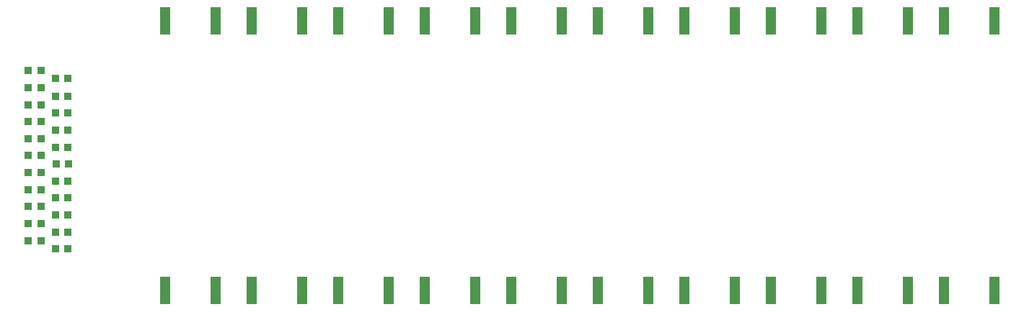
<source format=gbp>
G04*
G04 #@! TF.GenerationSoftware,Altium Limited,Altium Designer,22.5.1 (42)*
G04*
G04 Layer_Color=128*
%FSLAX25Y25*%
%MOIN*%
G70*
G04*
G04 #@! TF.SameCoordinates,4C861729-87C5-483C-8B33-AEF81C08CF8D*
G04*
G04*
G04 #@! TF.FilePolarity,Positive*
G04*
G01*
G75*
%ADD15R,0.03740X0.03543*%
%ADD53R,0.04921X0.12795*%
D15*
X160827Y132677D02*
D03*
X155118D02*
D03*
X173425Y97244D02*
D03*
X167717D02*
D03*
X173524Y128740D02*
D03*
X167815D02*
D03*
X173425Y89370D02*
D03*
X167717D02*
D03*
X160827Y93307D02*
D03*
X155118D02*
D03*
X160827Y101181D02*
D03*
X155118D02*
D03*
X173425Y105118D02*
D03*
X167717D02*
D03*
X160827Y109055D02*
D03*
X155118D02*
D03*
X173425Y112992D02*
D03*
X167717D02*
D03*
X160827Y116929D02*
D03*
X155118D02*
D03*
X173425Y120866D02*
D03*
X167717D02*
D03*
X160827Y124803D02*
D03*
X155118D02*
D03*
X160827Y172047D02*
D03*
X155118D02*
D03*
X173425Y168504D02*
D03*
X167717D02*
D03*
X160827Y164173D02*
D03*
X155118D02*
D03*
X173425Y160236D02*
D03*
X167717D02*
D03*
X160827Y156299D02*
D03*
X155118D02*
D03*
X173425Y152362D02*
D03*
X167717D02*
D03*
X160827Y148425D02*
D03*
X155118D02*
D03*
X173425Y144488D02*
D03*
X167717D02*
D03*
X160827Y140551D02*
D03*
X155118D02*
D03*
X173425Y136614D02*
D03*
X167717D02*
D03*
D53*
X281614Y70000D02*
D03*
X258386D02*
D03*
X281614Y195000D02*
D03*
X258386D02*
D03*
X401614Y70000D02*
D03*
X378386D02*
D03*
X361614D02*
D03*
X338386D02*
D03*
X321614D02*
D03*
X298386D02*
D03*
X241614D02*
D03*
X218386D02*
D03*
X601614D02*
D03*
X578386D02*
D03*
X561614D02*
D03*
X538386D02*
D03*
X521614D02*
D03*
X498386D02*
D03*
X481614D02*
D03*
X458386D02*
D03*
X441614D02*
D03*
X418386D02*
D03*
X401614Y195000D02*
D03*
X378386D02*
D03*
X361614D02*
D03*
X338386D02*
D03*
X321614D02*
D03*
X298386D02*
D03*
X241614D02*
D03*
X218386D02*
D03*
X601614D02*
D03*
X578386D02*
D03*
X561614D02*
D03*
X538386D02*
D03*
X521614D02*
D03*
X498386D02*
D03*
X481614D02*
D03*
X458386D02*
D03*
X441614D02*
D03*
X418386D02*
D03*
M02*

</source>
